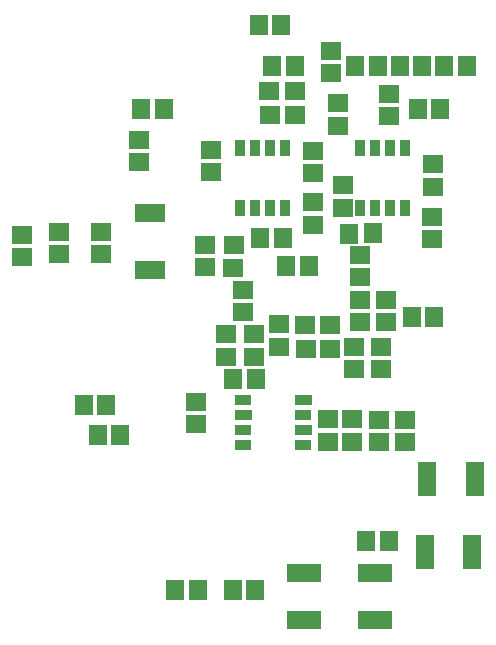
<source format=gbr>
%FSLAX34Y34*%
%MOMM*%
%LNSMDMASK_TOP*%
G71*
G01*
%ADD10R, 0.50X1.50*%
%ADD11R, 0.85X1.47*%
%ADD12R, 1.60X1.00*%
%ADD13R, 1.47X0.85*%
%ADD14R, 1.00X1.60*%
%ADD15R, 1.50X1.80*%
%ADD16R, 1.80X1.50*%
%ADD17R, 1.58X2.99*%
%ADD18R, 2.99X1.58*%
%LPD*%
X166781Y-234381D02*
G54D10*
D03*
X171781Y-234381D02*
G54D10*
D03*
X176781Y-234381D02*
G54D10*
D03*
X181781Y-234381D02*
G54D10*
D03*
X186781Y-234381D02*
G54D10*
D03*
X166781Y-283381D02*
G54D10*
D03*
X171781Y-283381D02*
G54D10*
D03*
X176781Y-283381D02*
G54D10*
D03*
X181781Y-283381D02*
G54D10*
D03*
X186781Y-283381D02*
G54D10*
D03*
X253135Y-180027D02*
G54D11*
D03*
X265835Y-180027D02*
G54D11*
D03*
X278535Y-180027D02*
G54D11*
D03*
X291235Y-180027D02*
G54D11*
D03*
X291235Y-230827D02*
G54D11*
D03*
X278535Y-230827D02*
G54D11*
D03*
X265835Y-230827D02*
G54D11*
D03*
X253135Y-230827D02*
G54D11*
D03*
X354735Y-180027D02*
G54D11*
D03*
X367435Y-180027D02*
G54D11*
D03*
X380135Y-180027D02*
G54D11*
D03*
X392835Y-180027D02*
G54D11*
D03*
X392835Y-230827D02*
G54D11*
D03*
X380135Y-230827D02*
G54D11*
D03*
X367435Y-230827D02*
G54D11*
D03*
X354735Y-230827D02*
G54D11*
D03*
X314700Y-225718D02*
G54D12*
D03*
X314700Y-245518D02*
G54D12*
D03*
X415109Y-238021D02*
G54D12*
D03*
X415109Y-257821D02*
G54D12*
D03*
X255587Y-430881D02*
G54D13*
D03*
X255588Y-418181D02*
G54D13*
D03*
G36*
X248237Y-401231D02*
X262937Y-401231D01*
X262938Y-409731D01*
X248237Y-409731D01*
X248237Y-401231D01*
G37*
X255588Y-392781D02*
G54D13*
D03*
G36*
X299038Y-388531D02*
X313738Y-388531D01*
X313738Y-397031D01*
X299038Y-397031D01*
X299038Y-388531D01*
G37*
X306388Y-405481D02*
G54D13*
D03*
G36*
X299038Y-413931D02*
X313738Y-413931D01*
X313738Y-422431D01*
X299038Y-422431D01*
X299038Y-413931D01*
G37*
X306388Y-430881D02*
G54D13*
D03*
X68637Y-253103D02*
G54D12*
D03*
X68637Y-272903D02*
G54D12*
D03*
X198040Y-553516D02*
G54D14*
D03*
X217840Y-553516D02*
G54D14*
D03*
X246856Y-553641D02*
G54D15*
D03*
X265856Y-553641D02*
G54D15*
D03*
X378569Y-512365D02*
G54D15*
D03*
X359569Y-512365D02*
G54D15*
D03*
X215875Y-394518D02*
G54D16*
D03*
X215875Y-413518D02*
G54D16*
D03*
X120650Y-397272D02*
G54D15*
D03*
X139650Y-397272D02*
G54D15*
D03*
X132556Y-422672D02*
G54D15*
D03*
X151556Y-422672D02*
G54D15*
D03*
X169069Y-146844D02*
G54D15*
D03*
X188069Y-146844D02*
G54D15*
D03*
X167456Y-172665D02*
G54D16*
D03*
X167456Y-191665D02*
G54D16*
D03*
X228178Y-181396D02*
G54D16*
D03*
X228178Y-200396D02*
G54D16*
D03*
X280194Y-110331D02*
G54D15*
D03*
X299194Y-110331D02*
G54D15*
D03*
X268684Y-75803D02*
G54D15*
D03*
X287684Y-75803D02*
G54D15*
D03*
X329778Y-97260D02*
G54D16*
D03*
X329778Y-116260D02*
G54D16*
D03*
X378990Y-133771D02*
G54D16*
D03*
X378990Y-152771D02*
G54D16*
D03*
X403225Y-146447D02*
G54D15*
D03*
X422225Y-146447D02*
G54D15*
D03*
X425847Y-110331D02*
G54D15*
D03*
X444847Y-110331D02*
G54D15*
D03*
X335731Y-141710D02*
G54D16*
D03*
X335731Y-160710D02*
G54D16*
D03*
X292100Y-279797D02*
G54D15*
D03*
X311100Y-279797D02*
G54D15*
D03*
X269875Y-255588D02*
G54D15*
D03*
X288875Y-255588D02*
G54D15*
D03*
X223018Y-261565D02*
G54D16*
D03*
X223018Y-280565D02*
G54D16*
D03*
X314301Y-181794D02*
G54D16*
D03*
X314301Y-200794D02*
G54D16*
D03*
X388144Y-110331D02*
G54D15*
D03*
X407144Y-110331D02*
G54D15*
D03*
X350441Y-110331D02*
G54D15*
D03*
X369441Y-110331D02*
G54D15*
D03*
X354781Y-269900D02*
G54D16*
D03*
X354781Y-288900D02*
G54D16*
D03*
X398066Y-323056D02*
G54D15*
D03*
X417066Y-323056D02*
G54D15*
D03*
X354385Y-308000D02*
G54D16*
D03*
X354385Y-327000D02*
G54D16*
D03*
X376213Y-308397D02*
G54D16*
D03*
X376213Y-327397D02*
G54D16*
D03*
X349622Y-348084D02*
G54D16*
D03*
X349622Y-367084D02*
G54D16*
D03*
X372243Y-348084D02*
G54D16*
D03*
X372243Y-367084D02*
G54D16*
D03*
X327000Y-409203D02*
G54D16*
D03*
X327000Y-428203D02*
G54D16*
D03*
X255165Y-299665D02*
G54D16*
D03*
X255165Y-318665D02*
G54D16*
D03*
X247253Y-375444D02*
G54D15*
D03*
X266253Y-375444D02*
G54D15*
D03*
X241275Y-337368D02*
G54D16*
D03*
X241275Y-356368D02*
G54D16*
D03*
X264690Y-337368D02*
G54D16*
D03*
X264690Y-356368D02*
G54D16*
D03*
X285725Y-329034D02*
G54D16*
D03*
X285725Y-348034D02*
G54D16*
D03*
X327000Y-409203D02*
G54D16*
D03*
X327000Y-428203D02*
G54D16*
D03*
X347637Y-409203D02*
G54D16*
D03*
X347637Y-428203D02*
G54D16*
D03*
X370259Y-409600D02*
G54D16*
D03*
X370259Y-428600D02*
G54D16*
D03*
X392881Y-409600D02*
G54D16*
D03*
X392881Y-428600D02*
G54D16*
D03*
X307950Y-329431D02*
G54D16*
D03*
X308346Y-349622D02*
G54D16*
D03*
X328984Y-329431D02*
G54D16*
D03*
X328984Y-349622D02*
G54D16*
D03*
X247625Y-261565D02*
G54D16*
D03*
X247228Y-281359D02*
G54D16*
D03*
X344884Y-252412D02*
G54D15*
D03*
X365472Y-252016D02*
G54D15*
D03*
X277787Y-131788D02*
G54D16*
D03*
X278184Y-151978D02*
G54D16*
D03*
X299218Y-131788D02*
G54D16*
D03*
X299218Y-151978D02*
G54D16*
D03*
X416296Y-193303D02*
G54D16*
D03*
X416296Y-213096D02*
G54D16*
D03*
X339700Y-210765D02*
G54D16*
D03*
X339700Y-230559D02*
G54D16*
D03*
X409575Y-521891D02*
G54D17*
D03*
X449475Y-521891D02*
G54D17*
D03*
X411559Y-459978D02*
G54D17*
D03*
X451459Y-459978D02*
G54D17*
D03*
X307288Y-539643D02*
G54D18*
D03*
X307288Y-579543D02*
G54D18*
D03*
X366819Y-539246D02*
G54D18*
D03*
X366819Y-579146D02*
G54D18*
D03*
X99987Y-250453D02*
G54D16*
D03*
X99987Y-269453D02*
G54D16*
D03*
X134912Y-250453D02*
G54D16*
D03*
X134912Y-269453D02*
G54D16*
D03*
X198040Y-553516D02*
G54D15*
D03*
X217040Y-553516D02*
G54D15*
D03*
X68637Y-253103D02*
G54D16*
D03*
X68637Y-272103D02*
G54D16*
D03*
X314700Y-225718D02*
G54D16*
D03*
X314700Y-244718D02*
G54D16*
D03*
X415109Y-238021D02*
G54D16*
D03*
X415109Y-257021D02*
G54D16*
D03*
M02*

</source>
